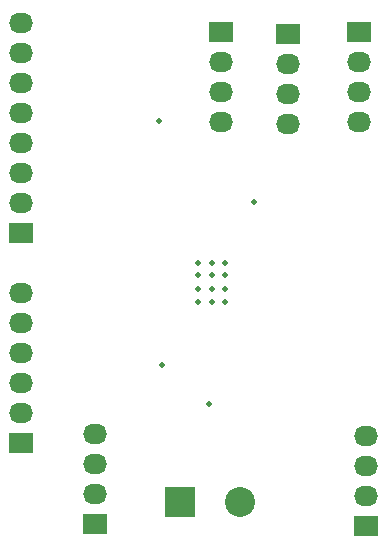
<source format=gbs>
G04 #@! TF.FileFunction,Soldermask,Bot*
%FSLAX46Y46*%
G04 Gerber Fmt 4.6, Leading zero omitted, Abs format (unit mm)*
G04 Created by KiCad (PCBNEW (2015-07-25 BZR 5993)-product) date Sun 30 Aug 2015 02:46:25 PM PDT*
%MOMM*%
G01*
G04 APERTURE LIST*
%ADD10C,0.100000*%
%ADD11C,0.508000*%
%ADD12R,2.032000X1.727200*%
%ADD13O,2.032000X1.727200*%
%ADD14R,2.540000X2.540000*%
%ADD15C,2.540000*%
G04 APERTURE END LIST*
D10*
D11*
X139954000Y-55880000D03*
X145542000Y-68961000D03*
X145542000Y-70104000D03*
X145542000Y-71247000D03*
X145542000Y-67945000D03*
X143256000Y-67945000D03*
X143256000Y-71247000D03*
X143256000Y-70104000D03*
X143256000Y-68961000D03*
X144399000Y-68961000D03*
X144399000Y-70104000D03*
X144399000Y-71247000D03*
X144399000Y-67945000D03*
X144190720Y-79872840D03*
X147955000Y-62738000D03*
X140208000Y-76581000D03*
D12*
X128270000Y-65405000D03*
D13*
X128270000Y-62865000D03*
X128270000Y-60325000D03*
X128270000Y-57785000D03*
X128270000Y-55245000D03*
X128270000Y-52705000D03*
X128270000Y-50165000D03*
X128270000Y-47625000D03*
D12*
X128270000Y-83185000D03*
D13*
X128270000Y-80645000D03*
X128270000Y-78105000D03*
X128270000Y-75565000D03*
X128270000Y-73025000D03*
X128270000Y-70485000D03*
D12*
X134493000Y-90043000D03*
D13*
X134493000Y-87503000D03*
X134493000Y-84963000D03*
X134493000Y-82423000D03*
D12*
X145161000Y-48387000D03*
D13*
X145161000Y-50927000D03*
X145161000Y-53467000D03*
X145161000Y-56007000D03*
D12*
X150876000Y-48514000D03*
D13*
X150876000Y-51054000D03*
X150876000Y-53594000D03*
X150876000Y-56134000D03*
D12*
X156845000Y-48387000D03*
D13*
X156845000Y-50927000D03*
X156845000Y-53467000D03*
X156845000Y-56007000D03*
D12*
X157480000Y-90170000D03*
D13*
X157480000Y-87630000D03*
X157480000Y-85090000D03*
X157480000Y-82550000D03*
D14*
X141732000Y-88138000D03*
D15*
X146812000Y-88138000D03*
M02*

</source>
